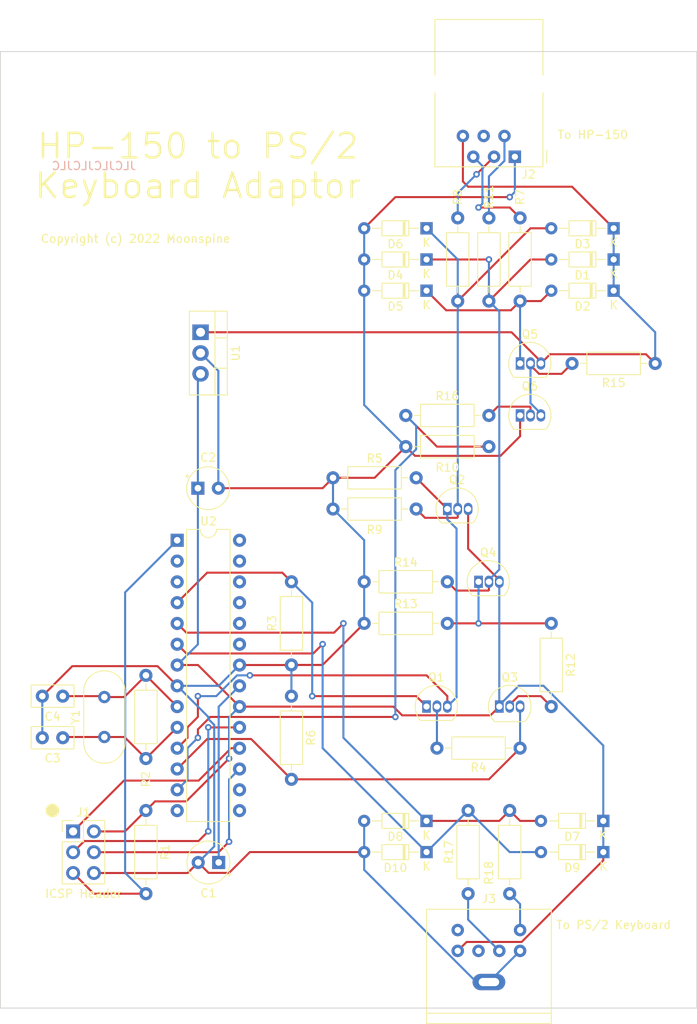
<source format=kicad_pcb>
(kicad_pcb (version 20211014) (generator pcbnew)
  (title_block (title "HP-150 Keyboard to PS/2 Keyboard Adaptor") (date "2022-05-23") (rev "A") (comment 1 "Copyright (c) 2022 Moonspine"))
  (layers (0 "F.Cu" signal) (31 "B.Cu" signal) (34 "B.Paste" user) (35 "F.Paste" user) (36 "B.SilkS" user "B.Silkscreen") (37 "F.SilkS" user "F.Silkscreen") (38 "B.Mask" user) (39 "F.Mask" user) (44 "Edge.Cuts" user))
  (net 0 "")
  (net 1 "Net-(C1-Pad1)")
  (net 2 "Net-(C1-Pad2)")
  (net 3 "Net-(C2-Pad1)")
  (net 4 "Net-(C3-Pad1)")
  (net 5 "Net-(C4-Pad1)")
  (net 6 "Net-(D1-Pad1)")
  (net 7 "Net-(D1-Pad2)")
  (net 8 "Net-(D2-Pad2)")
  (net 9 "Net-(D3-Pad2)")
  (net 10 "Net-(D7-Pad2)")
  (net 11 "Net-(D10-Pad1)")
  (net 12 "Net-(J1-Pad1)")
  (net 13 "Net-(J1-Pad3)")
  (net 14 "Net-(J1-Pad4)")
  (net 15 "Net-(J1-Pad5)")
  (net 16 "Net-(J3-Pad1)")
  (net 18 "Net-(J3-Pad5)")
  (net 20 "Net-(Q1-Pad1)")
  (net 21 "Net-(Q1-Pad2)")
  (net 22 "Net-(Q1-Pad3)")
  (net 23 "Net-(Q3-Pad2)")
  (net 24 "Net-(Q3-Pad3)")
  (net 25 "Net-(Q4-Pad1)")
  (net 26 "Net-(Q5-Pad2)")
  (net 27 "Net-(Q6-Pad2)")
  (net 28 "Net-(R10-Pad2)")
  (net 40 "Net-(J2-Pad2)")
  (net 41 "Net-(J2-Pad3)")
  (net 43 "Net-(J2-Pad5)")
  (footprint "Resistor_THT:R_Axial_DIN0207_L6.3mm_D2.5mm_P10.16mm_Horizontal" (layer "F.Cu") (at 35.56 106.68 90)
    (fp_text reference "R2" (at -2.54 0 90) (layer "F.SilkS"))
    (fp_text value "1M")
    (pad "1" thru_hole circle (at 0 0 90) (size 1.6 1.6) (drill 0.8) (layers *.Cu *.Mask) (net 4 "Net-(C3-Pad1)"))
    (pad "2" thru_hole oval (at 10.16 0 90) (size 1.6 1.6) (drill 0.8) (layers *.Cu *.Mask) (net 5 "Net-(C4-Pad1)"))
  )
  (footprint "Diode_THT:D_DO-34_SOD68_P7.62mm_Horizontal" (layer "F.Cu") (at 92.71 45.72 180)
    (fp_text reference "D1" (at 3.81 -1.92) (layer "F.SilkS"))
    (fp_text value "1N914")
    (fp_text user "K" (at 0 -1.75) (layer "F.SilkS"))
    (pad "1" thru_hole rect (at 0 0 180) (size 1.5 1.5) (drill 0.75) (layers *.Cu *.Mask) (net 6 "Net-(D1-Pad1)"))
    (pad "2" thru_hole oval (at 7.62 0 180) (size 1.5 1.5) (drill 0.75) (layers *.Cu *.Mask) (net 7 "Net-(D1-Pad2)"))
  )
  (footprint "Resistor_THT:R_Axial_DIN0207_L6.3mm_D2.5mm_P10.16mm_Horizontal" (layer "F.Cu") (at 85.09 90.17 -90)
    (fp_text reference "R12" (at 5.08 -2.37 90) (layer "F.SilkS"))
    (fp_text value "1K")
    (pad "1" thru_hole circle (at 0 0 270) (size 1.6 1.6) (drill 0.8) (layers *.Cu *.Mask) (net 25 "Net-(Q4-Pad1)"))
    (pad "2" thru_hole oval (at 10.16 0 270) (size 1.6 1.6) (drill 0.8) (layers *.Cu *.Mask) (net 23 "Net-(Q3-Pad2)"))
  )
  (footprint "Resistor_THT:R_Axial_DIN0207_L6.3mm_D2.5mm_P10.16mm_Horizontal" (layer "F.Cu") (at 73.66 40.64 -90)
    (fp_text reference "R8" (at -2.54 0 90) (layer "F.SilkS"))
    (fp_text value "1K")
    (pad "1" thru_hole circle (at 0 0 270) (size 1.6 1.6) (drill 0.8) (layers *.Cu *.Mask) (net 41 "Net-(J2-Pad3)"))
    (pad "2" thru_hole oval (at 10.16 0 270) (size 1.6 1.6) (drill 0.8) (layers *.Cu *.Mask) (net 9 "Net-(D3-Pad2)"))
  )
  (footprint "Diode_THT:D_DO-34_SOD68_P7.62mm_Horizontal" (layer "F.Cu") (at 92.71 49.53 180)
    (fp_text reference "D2" (at 3.81 -1.92) (layer "F.SilkS"))
    (fp_text value "1N914")
    (fp_text user "K" (at 0 -1.75) (layer "F.SilkS"))
    (pad "1" thru_hole rect (at 0 0 180) (size 1.5 1.5) (drill 0.75) (layers *.Cu *.Mask) (net 6 "Net-(D1-Pad1)"))
    (pad "2" thru_hole oval (at 7.62 0 180) (size 1.5 1.5) (drill 0.75) (layers *.Cu *.Mask) (net 8 "Net-(D2-Pad2)"))
  )
  (footprint "MountingHole:MountingHole_3.2mm_M3" (layer "F.Cu") (at 97.79 132.08)
    (fp_text reference "REF**" hide)
    (fp_text value "MountingHole_3.2mm_M3" hide)
    (pad "" np_thru_hole circle (at 0 0) (size 3.2 3.2) (drill 3.2) (layers *.Cu *.Mask))
  )
  (footprint "Diode_THT:D_DO-34_SOD68_P7.62mm_Horizontal" (layer "F.Cu") (at 69.85 41.91 180)
    (fp_text reference "D6" (at 3.81 -1.92) (layer "F.SilkS"))
    (fp_text value "1N914")
    (fp_text user "K" (at 0 -1.75) (layer "F.SilkS"))
    (pad "1" thru_hole rect (at 0 0 180) (size 1.5 1.5) (drill 0.75) (layers *.Cu *.Mask) (net 9 "Net-(D3-Pad2)"))
    (pad "2" thru_hole oval (at 7.62 0 180) (size 1.5 1.5) (drill 0.75) (layers *.Cu *.Mask) (net 2 "Net-(C1-Pad2)"))
  )
  (footprint "Resistor_THT:R_Axial_DIN0207_L6.3mm_D2.5mm_P10.16mm_Horizontal" (layer "F.Cu") (at 67.31 68.58)
    (fp_text reference "R10" (at 5.08 2.54) (layer "F.SilkS"))
    (fp_text value "10K")
    (pad "1" thru_hole circle (at 0 0) (size 1.6 1.6) (drill 0.8) (layers *.Cu *.Mask) (net 2 "Net-(C1-Pad2)"))
    (pad "2" thru_hole oval (at 10.16 0) (size 1.6 1.6) (drill 0.8) (layers *.Cu *.Mask) (net 28 "Net-(R10-Pad2)"))
  )
  (footprint "MountingHole:MountingHole_3.2mm_M3" (layer "F.Cu") (at 97.79 25.4)
    (fp_text reference "REF**" hide)
    (fp_text value "MountingHole_3.2mm_M3" hide)
    (pad "" np_thru_hole circle (at 0 0) (size 3.2 3.2) (drill 3.2) (layers *.Cu *.Mask))
  )
  (footprint "Resistor_THT:R_Axial_DIN0207_L6.3mm_D2.5mm_P10.16mm_Horizontal" (layer "F.Cu") (at 53.34 99.06 -90)
    (fp_text reference "R6" (at 5.08 -2.37 90) (layer "F.SilkS"))
    (fp_text value "10K")
    (pad "1" thru_hole circle (at 0 0 270) (size 1.6 1.6) (drill 0.8) (layers *.Cu *.Mask) (net 2 "Net-(C1-Pad2)"))
    (pad "2" thru_hole oval (at 10.16 0 270) (size 1.6 1.6) (drill 0.8) (layers *.Cu *.Mask) (net 24 "Net-(Q3-Pad3)"))
  )
  (footprint "Resistor_THT:R_Axial_DIN0207_L6.3mm_D2.5mm_P10.16mm_Horizontal" (layer "F.Cu") (at 62.23 90.17)
    (fp_text reference "R13" (at 5.08 -2.37) (layer "F.SilkS"))
    (fp_text value "10K")
    (pad "1" thru_hole circle (at 0 0) (size 1.6 1.6) (drill 0.8) (layers *.Cu *.Mask) (net 2 "Net-(C1-Pad2)"))
    (pad "2" thru_hole oval (at 10.16 0) (size 1.6 1.6) (drill 0.8) (layers *.Cu *.Mask) (net 25 "Net-(Q4-Pad1)"))
  )
  (footprint "Capacitor_THT:C_Disc_D5.0mm_W2.5mm_P2.50mm" (layer "F.Cu") (at 25.4 104.14 180)
    (fp_text reference "C3" (at 1.25 -2.5) (layer "F.SilkS"))
    (fp_text value "20pF")
    (pad "1" thru_hole circle (at 0 0 180) (size 1.6 1.6) (drill 0.8) (layers *.Cu *.Mask) (net 4 "Net-(C3-Pad1)"))
    (pad "2" thru_hole circle (at 2.5 0 180) (size 1.6 1.6) (drill 0.8) (layers *.Cu *.Mask) (net 2 "Net-(C1-Pad2)"))
  )
  (footprint "Package_TO_SOT_THT:TO-92L_Inline" (layer "F.Cu") (at 69.85 100.33)
    (fp_text reference "Q1" (at 1.19 -3.56) (layer "F.SilkS"))
    (fp_text value "ZTX649 (NPN EBC)")
    (pad "1" thru_hole rect (at 0 0) (size 1.05 1.5) (drill 0.75) (layers *.Cu *.Mask) (net 20 "Net-(Q1-Pad1)"))
    (pad "2" thru_hole oval (at 1.27 0) (size 1.05 1.5) (drill 0.75) (layers *.Cu *.Mask) (net 21 "Net-(Q1-Pad2)"))
    (pad "3" thru_hole oval (at 2.54 0) (size 1.05 1.5) (drill 0.75) (layers *.Cu *.Mask) (net 22 "Net-(Q1-Pad3)"))
  )
  (footprint "Package_TO_SOT_THT:TO-92_Inline" (layer "F.Cu") (at 78.74 100.33)
    (fp_text reference "Q3" (at 1.27 -3.56) (layer "F.SilkS"))
    (fp_text value "ZTX749 (PNP EBC)")
    (pad "1" thru_hole rect (at 0 0) (size 1.05 1.5) (drill 0.75) (layers *.Cu *.Mask) (net 3 "Net-(C2-Pad1)"))
    (pad "2" thru_hole oval (at 1.27 0) (size 1.05 1.5) (drill 0.75) (layers *.Cu *.Mask) (net 23 "Net-(Q3-Pad2)"))
    (pad "3" thru_hole oval (at 2.54 0) (size 1.05 1.5) (drill 0.75) (layers *.Cu *.Mask) (net 24 "Net-(Q3-Pad3)"))
  )
  (footprint "Resistor_THT:R_Axial_DIN0207_L6.3mm_D2.5mm_P10.16mm_Horizontal" (layer "F.Cu") (at 58.42 72.39)
    (fp_text reference "R5" (at 5.08 -2.37) (layer "F.SilkS"))
    (fp_text value "10K")
    (pad "1" thru_hole circle (at 0 0) (size 1.6 1.6) (drill 0.8) (layers *.Cu *.Mask) (net 2 "Net-(C1-Pad2)"))
    (pad "2" thru_hole oval (at 10.16 0) (size 1.6 1.6) (drill 0.8) (layers *.Cu *.Mask) (net 22 "Net-(Q1-Pad3)"))
  )
  (footprint "Connector_RJ:RJ12_Amphenol_54601" (layer "F.Cu") (at 80.64 33.17 180)
    (fp_text reference "J2" (at -1.67 -2.16) (layer "F.SilkS"))
    (fp_text value "RJ12")
    (pad "" np_thru_hole circle (at -1.91 8.89 180) (size 3.25 3.25) (drill 3.25) (layers *.Cu *.Mask))
    (pad "" np_thru_hole circle (at 8.25 8.89 180) (size 3.25 3.25) (drill 3.25) (layers *.Cu *.Mask))
    (pad "1" thru_hole rect (at 0 0 180) (size 1.52 1.52) (drill 0.76) (layers *.Cu *.Mask) (net 2 "Net-(C1-Pad2)"))
    (pad "2" thru_hole circle (at 1.27 2.54 180) (size 1.52 1.52) (drill 0.76) (layers *.Cu *.Mask) (net 40 "Net-(J2-Pad2)"))
    (pad "3" thru_hole circle (at 2.54 0 180) (size 1.52 1.52) (drill 0.76) (layers *.Cu *.Mask) (net 41 "Net-(J2-Pad3)"))
    (pad "4" thru_hole circle (at 3.81 2.54 180) (size 1.52 1.52) (drill 0.76) (layers *.Cu *.Mask))
    (pad "5" thru_hole circle (at 5.08 0 180) (size 1.52 1.52) (drill 0.76) (layers *.Cu *.Mask) (net 43 "Net-(J2-Pad5)"))
    (pad "6" thru_hole circle (at 6.35 2.54 180) (size 1.52 1.52) (drill 0.76) (layers *.Cu *.Mask) (net 6 "Net-(D1-Pad1)"))
  )
  (footprint "Diode_THT:D_DO-34_SOD68_P7.62mm_Horizontal" (layer "F.Cu") (at 92.71 41.91 180)
    (fp_text reference "D3" (at 3.81 -1.92) (layer "F.SilkS"))
    (fp_text value "1N914")
    (fp_text user "K" (at 0 -1.75) (layer "F.SilkS"))
    (pad "1" thru_hole rect (at 0 0 180) (size 1.5 1.5) (drill 0.75) (layers *.Cu *.Mask) (net 6 "Net-(D1-Pad1)"))
    (pad "2" thru_hole oval (at 7.62 0 180) (size 1.5 1.5) (drill 0.75) (layers *.Cu *.Mask) (net 9 "Net-(D3-Pad2)"))
  )
  (footprint "Package_TO_SOT_THT:TO-220-3_Vertical" (layer "F.Cu") (at 42.235 54.61 -90)
    (fp_text reference "U1" (at 2.54 -4.27 90) (layer "F.SilkS"))
    (fp_text value "L7805")
    (pad "1" thru_hole rect (at 0 0 270) (size 1.905 2) (drill 1.1) (layers *.Cu *.Mask) (net 6 "Net-(D1-Pad1)"))
    (pad "2" thru_hole oval (at 2.54 0 270) (size 1.905 2) (drill 1.1) (layers *.Cu *.Mask) (net 2 "Net-(C1-Pad2)"))
    (pad "3" thru_hole oval (at 5.08 0 270) (size 1.905 2) (drill 1.1) (layers *.Cu *.Mask) (net 3 "Net-(C2-Pad1)"))
  )
  (footprint "Diode_THT:D_DO-34_SOD68_P7.62mm_Horizontal" (layer "F.Cu") (at 91.45 118.11 180)
    (fp_text reference "D9" (at 3.81 -1.92) (layer "F.SilkS"))
    (fp_text value "1N914")
    (fp_text user "K" (at 0 -1.75) (layer "F.SilkS"))
    (pad "1" thru_hole rect (at 0 0 180) (size 1.5 1.5) (drill 0.75) (layers *.Cu *.Mask) (net 3 "Net-(C2-Pad1)"))
    (pad "2" thru_hole oval (at 7.62 0 180) (size 1.5 1.5) (drill 0.75) (layers *.Cu *.Mask) (net 11 "Net-(D10-Pad1)"))
  )
  (footprint "MountingHole:MountingHole_3.2mm_M3" (layer "F.Cu") (at 22.86 25.4)
    (fp_text reference "REF**" hide)
    (fp_text value "MountingHole_3.2mm_M3" hide)
    (pad "" np_thru_hole circle (at 0 0) (size 3.2 3.2) (drill 3.2) (layers *.Cu *.Mask))
  )
  (footprint "Diode_THT:D_DO-34_SOD68_P7.62mm_Horizontal" (layer "F.Cu") (at 69.85 45.72 180)
    (fp_text reference "D4" (at 3.81 -1.92) (layer "F.SilkS"))
    (fp_text value "1N914")
    (fp_text user "K" (at 0 -1.75) (layer "F.SilkS"))
    (pad "1" thru_hole rect (at 0 0 180) (size 1.5 1.5) (drill 0.75) (layers *.Cu *.Mask) (net 7 "Net-(D1-Pad2)"))
    (pad "2" thru_hole oval (at 7.62 0 180) (size 1.5 1.5) (drill 0.75) (layers *.Cu *.Mask) (net 2 "Net-(C1-Pad2)"))
  )
  (footprint "Resistor_THT:R_Axial_DIN0207_L6.3mm_D2.5mm_P10.16mm_Horizontal" (layer "F.Cu") (at 58.42 76.2)
    (fp_text reference "R9" (at 5.08 2.54) (layer "F.SilkS"))
    (fp_text value "10K")
    (pad "1" thru_hole circle (at 0 0) (size 1.6 1.6) (drill 0.8) (layers *.Cu *.Mask) (net 2 "Net-(C1-Pad2)"))
    (pad "2" thru_hole oval (at 10.16 0) (size 1.6 1.6) (drill 0.8) (layers *.Cu *.Mask) (net 9 "Net-(D3-Pad2)"))
  )
  (footprint "Resistor_THT:R_Axial_DIN0207_L6.3mm_D2.5mm_P10.16mm_Horizontal" (layer "F.Cu") (at 67.31 64.77)
    (fp_text reference "R16" (at 5.08 -2.37) (layer "F.SilkS"))
    (fp_text value "1K")
    (pad "1" thru_hole circle (at 0 0) (size 1.6 1.6) (drill 0.8) (layers *.Cu *.Mask) (net 28 "Net-(R10-Pad2)"))
    (pad "2" thru_hole oval (at 10.16 0) (size 1.6 1.6) (drill 0.8) (layers *.Cu *.Mask) (net 27 "Net-(Q6-Pad2)"))
  )
  (footprint "PS2_Keyboard_Adaptor_Library:PS2_Connector_F" (layer "F.Cu") (at 77.47 130.175)
    (fp_text reference "J3" (at 0 -6.35 unlocked) (layer "F.SilkS"))
    (fp_text value "PS/2 Connector")
    (pad "1" thru_hole circle (at 1.27 0) (size 1.524 1.524) (drill 0.762) (layers *.Cu *.Mask) (net 16 "Net-(J3-Pad1)"))
    (pad "2" thru_hole circle (at -1.27 0) (size 1.524 1.524) (drill 0.762) (layers *.Cu *.Mask))
    (pad "3" thru_hole circle (at 3.81 0) (size 1.524 1.524) (drill 0.762) (layers *.Cu *.Mask) (net 2 "Net-(C1-Pad2)"))
    (pad "3" thru_hole oval (at 0 3.81) (size 4 2) (drill oval 2.5 1) (layers *.Cu *.Mask) (net 2 "Net-(C1-Pad2)"))
    (pad "4" thru_hole circle (at -3.81 0) (size 1.524 1.524) (drill 0.762) (layers *.Cu *.Mask) (net 3 "Net-(C2-Pad1)"))
    (pad "5" thru_hole circle (at 3.81 -2.54) (size 1.524 1.524) (drill 0.762) (layers *.Cu *.Mask) (net 18 "Net-(J3-Pad5)"))
    (pad "6" thru_hole circle (at -3.81 -2.54) (size 1.524 1.524) (drill 0.762) (layers *.Cu *.Mask))
  )
  (footprint "Capacitor_THT:CP_Radial_Tantal_D5.0mm_P2.50mm" (layer "F.Cu") (at 41.91 73.66)
    (fp_text reference "C2" (at 1.25 -3.75) (layer "F.SilkS"))
    (fp_text value "0.1uF")
    (pad "1" thru_hole rect (at 0 0) (size 1.6 1.6) (drill 0.8) (layers *.Cu *.Mask) (net 3 "Net-(C2-Pad1)"))
    (pad "2" thru_hole circle (at 2.5 0) (size 1.6 1.6) (drill 0.8) (layers *.Cu *.Mask) (net 2 "Net-(C1-Pad2)"))
  )
  (footprint "Diode_THT:D_DO-34_SOD68_P7.62mm_Horizontal" (layer "F.Cu") (at 69.845 114.3 180)
    (fp_text reference "D8" (at 3.81 -1.92) (layer "F.SilkS"))
    (fp_text value "1N914")
    (fp_text user "K" (at 0 -1.75) (layer "F.SilkS"))
    (pad "1" thru_hole rect (at 0 0 180) (size 1.5 1.5) (drill 0.75) (layers *.Cu *.Mask) (net 10 "Net-(D7-Pad2)"))
    (pad "2" thru_hole oval (at 7.62 0 180) (size 1.5 1.5) (drill 0.75) (layers *.Cu *.Mask) (net 2 "Net-(C1-Pad2)"))
  )
  (footprint "Resistor_THT:R_Axial_DIN0207_L6.3mm_D2.5mm_P10.16mm_Horizontal" (layer "F.Cu") (at 53.34 95.25 90)
    (fp_text reference "R3" (at 5.08 -2.37 90) (layer "F.SilkS"))
    (fp_text value "10K")
    (pad "1" thru_hole circle (at 0 0 90) (size 1.6 1.6) (drill 0.8) (layers *.Cu *.Mask) (net 2 "Net-(C1-Pad2)"))
    (pad "2" thru_hole oval (at 10.16 0 90) (size 1.6 1.6) (drill 0.8) (layers *.Cu *.Mask) (net 20 "Net-(Q1-Pad1)"))
  )
  (footprint "Package_TO_SOT_THT:TO-92L_Inline" (layer "F.Cu") (at 81.28 58.42)
    (fp_text reference "Q5" (at 1.19 -3.56) (layer "F.SilkS"))
    (fp_text value "ZTX649 (NPN EBC)")
    (pad "1" thru_hole rect (at 0 0) (size 1.05 1.5) (drill 0.75) (layers *.Cu *.Mask) (net 8 "Net-(D2-Pad2)"))
    (pad "2" thru_hole oval (at 1.27 0) (size 1.05 1.5) (drill 0.75) (layers *.Cu *.Mask) (net 26 "Net-(Q5-Pad2)"))
    (pad "3" thru_hole oval (at 2.54 0) (size 1.05 1.5) (drill 0.75) (layers *.Cu *.Mask) (net 6 "Net-(D1-Pad1)"))
  )
  (footprint "Diode_THT:D_DO-34_SOD68_P7.62mm_Horizontal" (layer "F.Cu") (at 69.85 118.11 180)
    (fp_text reference "D10" (at 3.81 -1.92) (layer "F.SilkS"))
    (fp_text value "1N914")
    (fp_text user "K" (at 0 -1.75) (layer "F.SilkS"))
    (pad "1" thru_hole rect (at 0 0 180) (size 1.5 1.5) (drill 0.75) (layers *.Cu *.Mask) (net 11 "Net-(D10-Pad1)"))
    (pad "2" thru_hole oval (at 7.62 0 180) (size 1.5 1.5) (drill 0.75) (layers *.Cu *.Mask) (net 2 "Net-(C1-Pad2)"))
  )
  (footprint "Resistor_THT:R_Axial_DIN0207_L6.3mm_D2.5mm_P10.16mm_Horizontal" (layer "F.Cu") (at 74.93 123.19 90)
    (fp_text reference "R17" (at 5.08 -2.37 90) (layer "F.SilkS"))
    (fp_text value "1K")
    (pad "1" thru_hole circle (at 0 0 90) (size 1.6 1.6) (drill 0.8) (layers *.Cu *.Mask) (net 16 "Net-(J3-Pad1)"))
    (pad "2" thru_hole oval (at 10.16 0 90) (size 1.6 1.6) (drill 0.8) (layers *.Cu *.Mask) (net 11 "Net-(D10-Pad1)"))
  )
  (footprint "Crystal:Crystal_HC49-U_Vertical" (layer "F.Cu") (at 30.48 104.05 90)
    (fp_text reference "Y1" (at 2.44 -3.525 90) (layer "F.SilkS"))
    (fp_text value "16MHz")
    (pad "1" thru_hole circle (at 0 0 90) (size 1.5 1.5) (drill 0.8) (layers *.Cu *.Mask) (net 4 "Net-(C3-Pad1)"))
    (pad "2" thru_hole circle (at 4.88 0 90) (size 1.5 1.5) (drill 0.8) (layers *.Cu *.Mask) (net 5 "Net-(C4-Pad1)"))
  )
  (footprint "Connector_PinHeader_2.54mm:PinHeader_2x03_P2.54mm_Vertical" (layer "F.Cu") (at 26.665 115.585)
    (fp_text reference "J1" (at 1.27 -2.33) (layer "F.SilkS"))
    (fp_text value "ICSP Header")
    (pad "1" thru_hole rect (at 0 0) (size 1.7 1.7) (drill 1) (layers *.Cu *.Mask) (net 12 "Net-(J1-Pad1)"))
    (pad "2" thru_hole oval (at 2.54 0) (size 1.7 1.7) (drill 1) (layers *.Cu *.Mask) (net 3 "Net-(C2-Pad1)"))
    (pad "3" thru_hole oval (at 0 2.54) (size 1.7 1.7) (drill 1) (layers *.Cu *.Mask) (net 13 "Net-(J1-Pad3)"))
    (pad "4" thru_hole oval (at 2.54 2.54) (size 1.7 1.7) (drill 1) (layers *.Cu *.Mask) (net 14 "Net-(J1-Pad4)"))
    (pad "5" thru_hole oval (at 0 5.08) (size 1.7 1.7) (drill 1) (layers *.Cu *.Mask) (net 15 "Net-(J1-Pad5)"))
    (pad "6" thru_hole oval (at 2.54 5.08) (size 1.7 1.7) (drill 1) (layers *.Cu *.Mask) (net 2 "Net-(C1-Pad2)"))
  )
  (footprint "Resistor_THT:R_Axial_DIN0207_L6.3mm_D2.5mm_P10.16mm_Horizontal" (layer "F.Cu") (at 62.23 85.09)
    (fp_text reference "R14" (at 5.08 -2.37) (layer "F.SilkS"))
    (fp_text value "10K")
    (pad "1" thru_hole circle (at 0 0) (size 1.6 1.6) (drill 0.8) (layers *.Cu *.Mask) (net 2 "Net-(C1-Pad2)"))
    (pad "2" thru_hole oval (at 10.16 0) (size 1.6 1.6) (drill 0.8) (layers *.Cu *.Mask) (net 7 "Net-(D1-Pad2)"))
  )
  (footprint "Package_DIP:DIP-28_W7.62mm" (layer "F.Cu") (at 39.38 80.02)
    (fp_text reference "U2" (at 3.81 -2.33) (layer "F.SilkS"))
    (fp_text value "ATmega328P-P")
    (pad "1" thru_hole rect (at 0 0) (size 1.6 1.6) (drill 0.8) (layers *.Cu *.Mask) (net 15 "Net-(J1-Pad5)"))
    (pad "2" thru_hole oval (at 0 2.54) (size 1.6 1.6) (drill 0.8) (layers *.Cu *.Mask))
    (pad "3" thru_hole oval (at 0 5.08) (size 1.6 1.6) (drill 0.8) (layers *.Cu *.Mask))
    (pad "4" thru_hole oval (at 0 7.62) (size 1.6 1.6) (drill 0.8) (layers *.Cu *.Mask) (net 20 "Net-(Q1-Pad1)"))
    (pad "5" thru_hole oval (at 0 10.16) (size 1.6 1.6) (drill 0.8) (layers *.Cu *.Mask) (net 10 "Net-(D7-Pad2)"))
    (pad "6" thru_hole oval (at 0 12.7) (size 1.6 1.6) (drill 0.8) (layers *.Cu *.Mask) (net 11 "Net-(D10-Pad1)"))
    (pad "7" thru_hole oval (at 0 15.24) (size 1.6 1.6) (drill 0.8) (layers *.Cu *.Mask) (net 3 "Net-(C2-Pad1)"))
    (pad "8" thru_hole oval (at 0 17.78) (size 1.6 1.6) (drill 0.8) (layers *.Cu *.Mask) (net 2 "Net-(C1-Pad2)"))
    (pad "9" thru_hole oval (at 0 20.32) (size 1.6 1.6) (drill 0.8) (layers *.Cu *.Mask) (net 5 "Net-(C4-Pad1)"))
    (pad "10" thru_hole oval (at 0 22.86) (size 1.6 1.6) (drill 0.8) (layers *.Cu *.Mask) (net 4 "Net-(C3-Pad1)"))
    (pad "11" thru_hole oval (at 0 25.4) (size 1.6 1.6) (drill 0.8) (layers *.Cu *.Mask) (net 22 "Net-(Q1-Pad3)"))
    (pad "12" thru_hole oval (at 0 27.94) (size 1.6 1.6) (drill 0.8) (layers *.Cu *.Mask) (net 24 "Net-(Q3-Pad3)"))
    (pad "13" thru_hole oval (at 0 30.48) (size 1.6 1.6) (drill 0.8) (layers *.Cu *.Mask) (net 28 "Net-(R10-Pad2)"))
    (pad "14" thru_hole oval (at 0 33.02) (size 1.6 1.6) (drill 0.8) (layers *.Cu *.Mask))
    (pad "15" thru_hole oval (at 7.62 33.02) (size 1.6 1.6) (drill 0.8) (layers *.Cu *.Mask))
    (pad "16" thru_hole oval (at 7.62 30.48) (size 1.6 1.6) (drill 0.8) (layers *.Cu *.Mask))
    (pad "17" thru_hole oval (at 7.62 27.94) (size 1.6 1.6) (drill 0.8) (layers *.Cu *.Mask) (net 14 "Net-(J1-Pad4)"))
    (pad "18" thru_hole oval (at 7.62 25.4) (size 1.6 1.6) (drill 0.8) (layers *.Cu *.Mask) (net 12 "Net-(J1-Pad1)"))
    (pad "19" thru_hole oval (at 7.62 22.86) (size 1.6 1.6) (drill 0.8) (layers *.Cu *.Mask) (net 13 "Net-(J1-Pad3)"))
    (pad "20" thru_hole oval (at 7.62 20.32) (size 1.6 1.6) (drill 0.8) (layers *.Cu *.Mask) (net 3 "Net-(C2-Pad1)"))
    (pad "21" thru_hole oval (at 7.62 17.78) (size 1.6 1.6) (drill 0.8) (layers *.Cu *.Mask) (net 1 "Net-(C1-Pad1)"))
    (pad "22" thru_hole oval (at 7.62 15.24) (size 1.6 1.6) (drill 0.8) (layers *.Cu *.Mask) (net 2 "Net-(C1-Pad2)"))
    (pad "23" thru_hole oval (at 7.62 12.7) (size 1.6 1.6) (drill 0.8) (layers *.Cu *.Mask))
    (pad "24" thru_hole oval (at 7.62 10.16) (size 1.6 1.6) (drill 0.8) (layers *.Cu *.Mask))
    (pad "25" thru_hole oval (at 7.62 7.62) (size 1.6 1.6) (drill 0.8) (layers *.Cu *.Mask))
    (pad "26" thru_hole oval (at 7.62 5.08) (size 1.6 1.6) (drill 0.8) (layers *.Cu *.Mask))
    (pad "27" thru_hole oval (at 7.62 2.54) (size 1.6 1.6) (drill 0.8) (layers *.Cu *.Mask))
    (pad "28" thru_hole oval (at 7.62 0) (size 1.6 1.6) (drill 0.8) (layers *.Cu *.Mask))
  )
  (footprint "Diode_THT:D_DO-34_SOD68_P7.62mm_Horizontal" (layer "F.Cu") (at 69.85 49.53 180)
    (fp_text reference "D5" (at 3.81 -1.92) (layer "F.SilkS"))
    (fp_text value "1N914")
    (fp_text user "K" (at 0 -1.75) (layer "F.SilkS"))
    (pad "1" thru_hole rect (at 0 0 180) (size 1.5 1.5) (drill 0.75) (layers *.Cu *.Mask) (net 8 "Net-(D2-Pad2)"))
    (pad "2" thru_hole oval (at 7.62 0 180) (size 1.5 1.5) (drill 0.75) (layers *.Cu *.Mask) (net 2 "Net-(C1-Pad2)"))
  )
  (footprint "Resistor_THT:R_Axial_DIN0207_L6.3mm_D2.5mm_P10.16mm_Horizontal" (layer "F.Cu") (at 77.47 40.64 -90)
    (fp_text reference "R11" (at -2.54 0 90) (layer "F.SilkS"))
    (fp_text value "1K")
    (pad "1" thru_hole circle (at 0 0 270) (size 1.6 1.6) (drill 0.8) (layers *.Cu *.Mask) (net 40 "Net-(J2-Pad2)"))
    (pad "2" thru_hole oval (at 10.16 0 270) (size 1.6 1.6) (drill 0.8) (layers *.Cu *.Mask) (net 7 "Net-(D1-Pad2)"))
  )
  (footprint "Resistor_THT:R_Axial_DIN0207_L6.3mm_D2.5mm_P10.16mm_Horizontal" (layer "F.Cu") (at 80.01 123.19 90)
    (fp_text reference "R18" (at 2.54 -2.54 90) (layer "F.SilkS"))
    (fp_text value "1K")
    (pad "1" thru_hole circle (at 0 0 90) (size 1.6 1.6) (drill 0.8) (layers *.Cu *.Mask) (net 18 "Net-(J3-Pad5)"))
    (pad "2" thru_hole oval (at 10.16 0 90) (size 1.6 1.6) (drill 0.8) (layers *.Cu *.Mask) (net 10 "Net-(D7-Pad2)"))
  )
  (footprint "Capacitor_THT:CP_Radial_Tantal_D5.0mm_P2.50mm" (layer "F.Cu") (at 44.45 119.38 180)
    (fp_text reference "C1" (at 1.25 -3.75) (layer "F.SilkS"))
    (fp_text value "0.1uF")
    (pad "1" thru_hole rect (at 0 0 180) (size 1.6 1.6) (drill 0.8) (layers *.Cu *.Mask) (net 1 "Net-(C1-Pad1)"))
    (pad "2" thru_hole circle (at 2.5 0 180) (size 1.6 1.6) (drill 0.8) (layers *.Cu *.Mask) (net 2 "Net-(C1-Pad2)"))
  )
  (footprint "MountingHole:MountingHole_3.2mm_M3" (layer "F.Cu") (at 22.86 132.08)
    (fp_text reference "REF**" hide)
    (fp_text value "MountingHole_3.2mm_M3" hide)
    (pad "" np_thru_hole circle (at 0 0) (size 3.2 3.2) (drill 3.2) (layers *.Cu *.Mask))
  )
  (footprint "Resistor_THT:R_Axial_DIN0207_L6.3mm_D2.5mm_P10.16mm_Horizontal" (layer "F.Cu") (at 97.79 58.42 180)
    (fp_text reference "R15" (at 5.08 -2.37) (layer "F.SilkS"))
    (fp_text value "10K")
    (pad "1" thru_hole circle (at 0 0 180) (size 1.6 1.6) (drill 0.8) (layers *.Cu *.Mask) (net 6 "Net-(D1-Pad1)"))
    (pad "2" thru_hole oval (at 10.16 0 180) (size 1.6 1.6) (drill 0.8) (layers *.Cu *.Mask) (net 26 "Net-(Q5-Pad2)"))
  )
  (footprint "Diode_THT:D_DO-34_SOD68_P7.62mm_Horizontal" (layer "F.Cu") (at 91.445 114.3 180)
    (fp_text reference "D7" (at 3.81 -1.92) (layer "F.SilkS"))
    (fp_text value "1N914")
    (fp_text user "K" (at 0 -1.75) (layer "F.SilkS"))
    (pad "1" thru_hole rect (at 0 0 180) (size 1.5 1.5) (drill 0.75) (layers *.Cu *.Mask) (net 3 "Net-(C2-Pad1)"))
    (pad "2" thru_hole oval (at 7.62 0 180) (size 1.5 1.5) (drill 0.75) (layers *.Cu *.Mask) (net 10 "Net-(D7-Pad2)"))
  )
  (footprint "Resistor_THT:R_Axial_DIN0207_L6.3mm_D2.5mm_P10.16mm_Horizontal" (layer "F.Cu") (at 35.56 113.03 -90)
    (fp_text reference "R1" (at 5.08 -2.37 90) (layer "F.SilkS"))
    (fp_text value "10K")
    (pad "1" thru_hole circle (at 0 0 270) (size 1.6 1.6) (drill 0.8) (layers *.Cu *.Mask) (net 3 "Net-(C2-Pad1)"))
    (pad "2" thru_hole oval (at 10.16 0 270) (size 1.6 1.6) (drill 0.8) (layers *.Cu *.Mask) (net 15 "Net-(J1-Pad5)"))
  )
  (footprint "Resistor_THT:R_Axial_DIN0207_L6.3mm_D2.5mm_P10.16mm_Horizontal" (layer "F.Cu") (at 81.28 40.64 -90)
    (fp_text reference "R7" (at -2.54 0 90) (layer "F.SilkS"))
    (fp_text value "2.2K")
    (pad "1" thru_hole circle (at 0 0 270) (size 1.6 1.6) (drill 0.8) (layers *.Cu *.Mask) (net 43 "Net-(J2-Pad5)"))
    (pad "2" thru_hole oval (at 10.16 0 270) (size 1.6 1.6) (drill 0.8) (layers *.Cu *.Mask) (net 8 "Net-(D2-Pad2)"))
  )
  (footprint "Package_TO_SOT_THT:TO-92L_Inline" (layer "F.Cu") (at 76.2 85.09)
    (fp_text reference "Q4" (at 1.19 -3.56) (layer "F.SilkS"))
    (fp_text value "ZTX649 (NPN EBC)")
    (pad "1" thru_hole rect (at 0 0) (size 1.05 1.5) (drill 0.75) (layers *.Cu *.Mask) (net 25 "Net-(Q4-Pad1)"))
    (pad "2" thru_hole oval (at 1.27 0) (size 1.05 1.5) (drill 0.75) (layers *.Cu *.Mask) (net 7 "Net-(D1-Pad2)"))
    (pad "3" thru_hole oval (at 2.54 0) (size 1.05 1.5) (drill 0.75) (layers *.Cu *.Mask) (net 3 "Net-(C2-Pad1)"))
  )
  (footprint "Resistor_THT:R_Axial_DIN0207_L6.3mm_D2.5mm_P10.16mm_Horizontal" (layer "F.Cu") (at 81.28 105.41 180)
    (fp_text reference "R4" (at 5.08 -2.37) (layer "F.SilkS"))
    (fp_text value "33K")
    (pad "1" thru_hole circle (at 0 0 180) (size 1.6 1.6) (drill 0.8) (layers *.Cu *.Mask) (net 24 "Net-(Q3-Pad3)"))
    (pad "2" thru_hole oval (at 10.16 0 180) (size 1.6 1.6) (drill 0.8) (layers *.Cu *.Mask) (net 21 "Net-(Q1-Pad2)"))
  )
  (footprint "Package_TO_SOT_THT:TO-92L_Inline" (layer "F.Cu") (at 81.28 64.77)
    (fp_text reference "Q6" (at 1.19 -3.56) (layer "F.SilkS"))
    (fp_text value "ZTX649 (NPN EBC)")
    (pad "1" thru_hole rect (at 0 0) (size 1.05 1.5) (drill 0.75) (layers *.Cu *.Mask) (net 2 "Net-(C1-Pad2)"))
    (pad "2" thru_hole oval (at 1.27 0) (size 1.05 1.5) (drill 0.75) (layers *.Cu *.Mask) (net 27 "Net-(Q6-Pad2)"))
    (pad "3" thru_hole oval (at 2.54 0) (size 1.05 1.5) (drill 0.75) (layers *.Cu *.Mask) (net 26 "Net-(Q5-Pad2)"))
  )
  (footprint "Package_TO_SOT_THT:TO-92L_Inline" (layer "F.Cu") (at 72.39 76.2)
    (fp_text reference "Q2" (at 1.19 -3.56) (layer "F.SilkS"))
    (fp_text value "ZTX649 (NPN EBC)")
    (pad "1" thru_hole rect (at 0 0) (size 1.05 1.5) (drill 0.75) (layers *.Cu *.Mask) (net 22 "Net-(Q1-Pad3)"))
    (pad "2" thru_hole oval (at 1.27 0) (size 1.05 1.5) (drill 0.75) (layers *.Cu *.Mask) (net 9 "Net-(D3-Pad2)"))
    (pad "3" thru_hole oval (at 2.54 0) (size 1.05 1.5) (drill 0.75) (layers *.Cu *.Mask) (net 3 "Net-(C2-Pad1)"))
  )
  (footprint "Capacitor_THT:C_Disc_D5.0mm_W2.5mm_P2.50mm" (layer "F.Cu") (at 25.4 99.06 180)
    (fp_text reference "C4" (at 1.25 -2.5) (layer "F.SilkS"))
    (fp_text value "20pF")
    (pad "1" thru_hole circle (at 0 0 180) (size 1.6 1.6) (drill 0.8) (layers *.Cu *.Mask) (net 5 "Net-(C4-Pad1)"))
    (pad "2" thru_hole circle (at 2.5 0 180) (size 1.6 1.6) (drill 0.8) (layers *.Cu *.Mask) (net 2 "Net-(C1-Pad2)"))
  )
  (gr_circle (center 24.13 113.03) (end 24.88 113.03) (layer "F.SilkS") (width 0.15) (fill solid))
  (gr_rect (start 17.78 20.32) (end 102.87 137.16) (layer "Edge.Cuts") (width 0.1) (fill none))
  (gr_text "JLCJLCJLCJLC" (at 29.21 34.29) (layer "B.SilkS") (effects (font (size 1 1)) (justify mirror)))
  (gr_text "To PS/2 Keyboard" (at 92.71 127) (layer "F.SilkS") (effects (font (size 1 1))))
  (gr_text "To HP-150" (at 90.17 30.48) (layer "F.SilkS") (effects (font (size 1 1))))
  (gr_text "Copyright (c) 2022 Moonspine" (at 34.29 43.18) (layer "F.SilkS") (effects (font (size 1 1))))
  (gr_text "HP-150 to PS/2\nKeyboard Adaptor\n" (at 41.91 34.29) (layer "F.SilkS") (effects (font (size 3 3) (thickness 0.3))))
  (gr_text "ICSP Header" (at 27.94 123.19) (layer "F.SilkS") (effects (font (size 1 1))))
  (segment (start 44.45 119.38) (end 44.45 100.35) (width 0.25) (layer "B.Cu") (net 1))
  (segment (start 44.45 100.35) (end 47 97.8) (width 0.25) (layer "B.Cu") (net 1))
  (segment (start 45.72 120.65) (end 43.22 120.65) (width 0.25) (layer "F.Cu") (net 2))
  (segment (start 47 95.26) (end 53.33 95.26) (width 0.25) (layer "F.Cu") (net 2))
  (segment (start 57.15 73.66) (end 58.42 72.39) (width 0.25) (layer "F.Cu") (net 2))
  (segment (start 53.33 95.26) (end 53.34 95.25) (width 0.25) (layer "F.Cu") (net 2))
  (segment (start 36.975489 95.395489) (end 26.564511 95.395489) (width 0.25) (layer "F.Cu") (net 2))
  (segment (start 40.665 120.665) (end 41.95 119.38) (width 0.25) (layer "F.Cu") (net 2))
  (segment (start 81.28 67.31) (end 81.28 64.77) (width 0.25) (layer "F.Cu") (net 2))
  (segment (start 48.26 118.11) (end 45.72 120.65) (width 0.25) (layer "F.Cu") (net 2))
  (segment (start 29.205 120.665) (end 40.665 120.665) (width 0.25) (layer "F.Cu") (net 2))
  (segment (start 80.01 38.1) (end 66.04 38.1) (width 0.25) (layer "F.Cu") (net 2))
  (segment (start 78.885489 69.704511) (end 81.28 67.31) (width 0.25) (layer "F.Cu") (net 2))
  (segment (start 57.15 95.25) (end 62.23 90.17) (width 0.25) (layer "F.Cu") (net 2))
  (segment (start 62.23 118.11) (end 48.26 118.11) (width 0.25) (layer "F.Cu") (net 2))
  (segment (start 63.5 72.39) (end 67.31 68.58) (width 0.25) (layer "F.Cu") (net 2))
  (segment (start 43.22 120.65) (end 41.95 119.38) (width 0.25) (layer "F.Cu") (net 2))
  (segment (start 66.04 38.1) (end 62.23 41.91) (width 0.25) (layer "F.Cu") (net 2))
  (segment (start 58.42 72.39) (end 63.5 72.39) (width 0.25) (layer "F.Cu") (net 2))
  (segment (start 67.31 68.58) (end 68.434511 69.704511) (width 0.25) (layer "F.Cu") (net 2))
  (segment (start 39.38 97.8) (end 36.975489 95.395489) (width 0.25) (layer "F.Cu") (net 2))
  (segment (start 26.564511 95.395489) (end 22.9 99.06) (width 0.25) (layer "F.Cu") (net 2))
  (segment (start 68.434511 69.704511) (end 78.885489 69.704511) (width 0.25) (layer "F.Cu") (net 2))
  (segment (start 44.41 73.66) (end 57.15 73.66) (width 0.25) (layer "F.Cu") (net 2))
  (segment (start 53.34 95.25) (end 57.15 95.25) (width 0.25) (layer "F.Cu") (net 2))
  (via (at 80.01 38.1) (size 0.8) (drill 0.4) (layers "F.Cu" "B.Cu") (net 2))
  (segment (start 62.23 90.17) (end 62.23 85.09) (width 0.25) (layer "B.Cu") (net 2))
  (segment (start 43.18 101.845386) (end 43.18 101.6) (width 0.25) (layer "B.Cu") (net 2))
  (segment (start 41.95 119.38) (end 43.904511 117.425489) (width 0.25) (layer "B.Cu") (net 2))
  (segment (start 62.23 63.5) (end 67.31 68.58) (width 0.25) (layer "B.Cu") (net 2))
  (segment (start 22.9 104.14) (end 22.9 99.06) (width 0.25) (layer "B.Cu") (net 2))
  (segment (start 80.01 38.1) (end 80.64 37.47) (width 0.25) (layer "B.Cu") (net 2))
  (segment (start 44.41 59.325) (end 44.41 73.66) (width 0.25) (layer "B.Cu") (net 2))
  (segment (start 58.42 76.2) (end 58.42 72.39) (width 0.25) (layer "B.Cu") (net 2))
  (segment (start 62.23 45.72) (end 62.23 49.53) (width 0.25) (layer "B.Cu") (net 2))
  (segment (start 80.64 37.47) (end 80.64 33.17) (width 0.25) (layer "B.Cu") (net 2))
  (segment (start 62.23 41.91) (end 62.23 45.72) (width 0.25) (layer "B.Cu") (net 2))
  (segment (start 43.18 101.6) (end 39.38 97.8) (width 0.25) (layer "B.Cu") (net 2))
  (segment (start 62.23 80.01) (end 58.42 76.2) (width 0.25) (layer "B.Cu") (net 2))
  (segment (start 62.23 49.53) (end 62.23 63.5) (width 0.25) (layer "B.Cu") (net 2))
  (segment (start 62.23 120.28156) (end 75.93344 133.985) (width 0.25) (layer "B.Cu") (net 2))
  (segment (start 62.23 118.11) (end 62.23 120.28156) (width 0.25) (layer "B.Cu") (net 2))
  (segment (start 44.46 97.8) (end 47 95.26) (width 0.25) (layer "B.Cu") (net 2))
  (segment (start 43.904511 117.425489) (end 43.904511 102.569897) (width 0.25) (layer "B.Cu") (net 2))
  (segment (start 77.47 133.985) (end 81.28 130.175) (width 0.25) (layer "B.Cu") (net 2))
  (segment (start 62.23 85.09) (end 62.23 80.01) (width 0.25) (layer "B.Cu") (net 2))
  (segment (start 62.23 114.305) (end 62.225 114.3) (width 0.25) (layer "B.Cu") (net 2))
  (segment (start 53.34 95.25) (end 53.34 99.06) (width 0.25) (layer "B.Cu") (net 2))
  (segment (start 42.235 57.15) (end 44.41 59.325) (width 0.25) (layer "B.Cu") (net 2))
  (segment (start 62.23 118.11) (end 62.23 114.305) (width 0.25) (layer "B.Cu") (net 2))
  (segment (start 39.38 97.8) (end 44.46 97.8) (width 0.25) (layer "B.Cu") (net 2))
  (segment (start 75.93344 133.985) (end 77.47 133.985) (width 0.25) (layer "B.Cu") (net 2))
  (segment (start 43.904511 102.569897) (end 43.18 101.845386) (width 0.25) (layer "B.Cu") (net 2))
  (segment (start 77.665489 101.404511) (end 66.869125 101.404511) (width 0.25) (layer "F.Cu") (net 3))
  (segment (start 35.56 113.03) (end 36.674511 111.915489) (width 0.25) (layer "F.Cu") (net 3))
  (segment (start 78.74 85.09) (end 78.74 84.865) (width 0.25) (layer "F.Cu") (net 3))
  (segment (start 33.005 115.585) (end 35.56 113.03) (width 0.25) (layer "F.Cu") (net 3))
  (segment (start 36.674511 111.915489) (end 40.484511 111.915489) (width 0.25) (layer "F.Cu") (net 3))
  (segment (start 74.93 81.055) (end 74.93 76.2) (width 0.25) (layer "F.Cu") (net 3))
  (segment (start 40.484511 111.915489) (end 45.72 106.68) (width 0.25) (layer "F.Cu") (net 3))
  (segment (start 73.66 130.175) (end 74.746511 129.088489) (width 0.25) (layer "F.Cu") (net 3))
  (segment (start 78.74 100.33) (end 77.665489 101.404511) (width 0.25) (layer "F.Cu") (net 3))
  (segment (start 39.38 95.26) (end 41.92 95.26) (width 0.25) (layer "F.Cu") (net 3))
  (segment (start 78.74 84.865) (end 74.93 81.055) (width 0.25) (layer "F.Cu") (net 3))
  (segment (start 65.804614 100.34) (end 47 100.34) (width 0.25) (layer "F.Cu") (net 3))
  (segment (start 74.746511 129.088489) (end 81.471511 129.088489) (width 0.25) (layer "F.Cu") (net 3))
  (segment (start 66.869125 101.404511) (end 65.804614 100.34) (width 0.25) (layer "F.Cu") (net 3))
  (segment (start 81.471511 129.088489) (end 91.45 119.11) (width 0.25) (layer "F.Cu") (net 3))
  (segment (start 41.92 95.26) (end 47 100.34) (width 0.25) (layer "F.Cu") (net 3))
  (segment (start 91.45 119.11) (end 91.45 118.11) (width 0.25) (layer "F.Cu") (net 3))
  (segment (start 29.205 115.585) (end 33.005 115.585) (width 0.25) (layer "F.Cu") (net 3))
  (via (at 45.72 106.68) (size 0.8) (drill 0.4) (layers "F.Cu" "B.Cu") (net 3))
  (segment (start 78.74 100.33) (end 78.74 85.09) (width 0.25) (layer "B.Cu") (net 3))
  (segment (start 41.91 92.73) (end 39.38 95.26) (width 0.25) (layer "B.Cu") (net 3))
  (segment (start 41.91 73.66) (end 41.91 92.73) (width 0.25) (layer "B.Cu") (net 3))
  (segment (start 91.445 105.0947) (end 84.1403 97.79) (width 0.25) (layer "B.Cu") (net 3))
  (segment (start 41.91 60.015) (end 42.235 59.69) (width 0.25) (layer "B.Cu") (net 3))
  (segment (start 84.1403 97.79) (end 81.123598 97.79) (width 0.25) (layer "B.Cu") (net 3))
  (segment (start 41.91 73.66) (end 41.91 60.015) (width 0.25) (layer "B.Cu") (net 3))
  (segment (start 45.72 106.68) (end 45.72 101.62) (width 0.25) (layer "B.Cu") (net 3))
  (segment (start 45.72 101.62) (end 47 100.34) (width 0.25) (layer "B.Cu") (net 3))
  (segment (start 91.45 118.11) (end 91.45 114.305) (width 0.25) (layer "B.Cu") (net 3))
  (segment (start 91.45 114.305) (end 91.445 114.3) (width 0.25) (layer "B.Cu") (net 3))
  (segment (start 78.74 100.173598) (end 78.74 100.33) (width 0.25) (layer "B.Cu") (net 3))
  (segment (start 81.123598 97.79) (end 78.74 100.173598) (width 0.25) (layer "B.Cu") (net 3))
  (segment (start 91.445 114.3) (end 91.445 105.0947) (width 0.25) (layer "B.Cu") (net 3))
  (segment (start 35.56 106.68) (end 39.36 102.88) (width 0.25) (layer "F.Cu") (net 4))
  (segment (start 30.48 104.05) (end 32.93 104.05) (width 0.25) (layer "F.Cu") (net 4))
  (segment (start 30.48 104.05) (end 25.49 104.05) (width 0.25) (layer "F.Cu") (net 4))
  (segment (start 25.49 104.05) (end 25.4 104.14) (width 0.25) (layer "F.Cu") (net 4))
  (segment (start 32.93 104.05) (end 35.56 106.68) (width 0.25) (layer "F.Cu") (net 4))
  (segment (start 39.36 102.88) (end 39.38 102.88) (width 0.25) (layer "F.Cu") (net 4))
  (segment (start 35.56 96.52) (end 39.38 100.34) (width 0.25) (layer "F.Cu") (net 5))
  (segment (start 30.48 99.17) (end 32.91 99.17) (width 0.25) (layer "F.Cu") (net 5))
  (segment (start 30.37 99.06) (end 30.48 99.17) (width 0.25) (layer "F.Cu") (net 5))
  (segment (start 25.4 99.06) (end 30.37 99.06) (width 0.25) (layer "F.Cu") (net 5))
  (segment (start 32.91 99.17) (end 35.56 96.52) (width 0.25) (layer "F.Cu") (net 5))
  (segment (start 96.665489 57.295489) (end 97.79 58.42) (width 0.25) (layer "F.Cu") (net 6))
  (segment (start 84.944511 57.295489) (end 96.665489 57.295489) (width 0.25) (layer "F.Cu") (net 6))
  (segment (start 83.82 58.195) (end 80.235 54.61) (width 0.25) (layer "F.Cu") (net 6))
  (segment (start 87.63 36.83) (end 74.93 36.83) (width 0.25) (layer "F.Cu") (net 6))
  (segment (start 83.82 58.42) (end 84.944511 57.295489) (width 0.25) (layer "F.Cu") (net 6))
  (segment (start 74.93 36.83) (end 74.29 36.19) (width 0.25) (layer "F.Cu") (net 6))
  (segment (start 80.235 54.61) (end 42.235 54.61) (width 0.25) (layer "F.Cu") (net 6))
  (segment (start 83.82 58.42) (end 83.82 58.195) (width 0.25) (layer "F.Cu") (net 6))
  (segment (start 92.71 41.91) (end 87.63 36.83) (width 0.25) (layer "F.Cu") (net 6))
  (segment (start 74.29 36.19) (end 74.29 30.63) (width 0.25) (layer "F.Cu") (net 6))
  (segment (start 92.71 49.53) (end 92.71 45.72) (width 0.25) (layer "B.Cu") (net 6))
  (segment (start 97.79 58.42) (end 97.79 54.61) (width 0.25) (layer "B.Cu") (net 6))
  (segment (start 97.79 54.61) (end 92.71 49.53) (width 0.25) (layer "B.Cu") (net 6))
  (segment (start 92.71 45.72) (end 92.71 41.91) (width 0.25) (layer "B.Cu") (net 6))
  (segment (start 73.464511 86.164511) (end 77.395489 86.164511) (width 0.25) (layer "F.Cu") (net 7))
  (segment (start 77.395489 86.164511) (end 77.47 86.09) (width 0.25) (layer "F.Cu") (net 7))
  (segment (start 69.85 45.72) (end 77.47 45.72) (width 0.25) (layer "F.Cu") (net 7))
  (segment (start 72.39 85.09) (end 73.464511 86.164511) (width 0.25) (layer "F.Cu") (net 7))
  (segment (start 77.47 50.8) (end 82.55 45.72) (width 0.25) (layer "F.Cu") (net 7))
  (segment (start 77.47 86.09) (end 77.47 85.09) (width 0.25) (layer "F.Cu") (net 7))
  (segment (start 82.55 45.72) (end 85.09 45.72) (width 0.25) (layer "F.Cu") (net 7))
  (via (at 77.47 45.72) (size 0.8) (drill 0.4) (layers "F.Cu" "B.Cu") (net 7))
  (segment (start 77.47 45.72) (end 77.47 50.8) (width 0.25) (layer "B.Cu") (net 7))
  (segment (start 78.74 83.595) (end 77.47 84.865) (width 0.25) (layer "B.Cu") (net 7))
  (segment (start 77.47 84.865) (end 77.47 85.09) (width 0.25) (layer "B.Cu") (net 7))
  (segment (start 78.74 52.07) (end 78.74 83.595) (width 0.25) (layer "B.Cu") (net 7))
  (segment (start 77.47 50.8) (end 78.74 52.07) (width 0.25) (layer "B.Cu") (net 7))
  (segment (start 83.82 50.8) (end 85.09 49.53) (width 0.25) (layer "F.Cu") (net 8))
  (segment (start 81.28 50.8) (end 83.82 50.8) (width 0.25) (layer "F.Cu") (net 8))
  (segment (start 72.244511 51.924511) (end 80.155489 51.924511) (width 0.25) (layer "F.Cu") (net 8))
  (segment (start 69.85 49.53) (end 72.244511 51.924511) (width 0.25) (layer "F.Cu") (net 8))
  (segment (start 80.155489 51.924511) (end 81.28 50.8) (width 0.25) (layer "F.Cu") (net 8))
  (segment (start 81.28 50.8) (end 81.28 58.42) (width 0.25) (layer "B.Cu") (net 8))
  (segment (start 68.58 76.2) (end 69.654511 77.274511) (width 0.25) (layer "F.Cu") (net 9))
  (segment (start 82.55 41.91) (end 85.09 41.91) (width 0.25) (layer "F.Cu") (net 9))
  (segment (start 73.66 77.2) (end 73.66 76.2) (width 0.25) (layer "F.Cu") (net 9))
  (segment (start 73.585489 77.274511) (end 73.66 77.2) (width 0.25) (layer "F.Cu") (net 9))
  (segment (start 69.654511 77.274511) (end 73.585489 77.274511) (width 0.25) (layer "F.Cu") (net 9))
  (segment (start 73.66 50.8) (end 82.55 41.91) (width 0.25) (layer "F.Cu") (net 9))
  (segment (start 73.66 76.2) (end 73.66 50.8) (width 0.25) (layer "B.Cu") (net 9))
  (segment (start 69.85 41.91) (end 73.66 45.72) (width 0.25) (layer "B.Cu") (net 9))
  (segment (start 73.66 45.72) (end 73.66 50.8) (width 0.25) (layer "B.Cu") (net 9))
  (segment (start 81.28 114.3) (end 80.01 113.03) (width 0.25) (layer "F.Cu") (net 10))
  (segment (start 78.74 114.3) (end 80.01 113.03) (width 0.25) (layer "F.Cu") (net 10))
  (segment (start 40.504511 91.304511) (end 58.555489 91.304511) (width 0.25) (layer "F.Cu") (net 10))
  (segment (start 58.555489 91.304511) (end 59.69 90.17) (width 0.25) (layer "F.Cu") (net 10))
  (segment (start 69.845 114.3) (end 78.74 114.3) (width 0.25) (layer "F.Cu") (net 10))
  (segment (start 83.825 114.3) (end 81.28 114.3) (width 0.25) (layer "F.Cu") (net 10))
  (segment (start 39.38 90.18) (end 40.504511 91.304511) (width 0.25) (layer "F.Cu") (net 10))
  (via (at 59.69 90.17) (size 0.8) (drill 0.4) (layers "F.Cu" "B.Cu") (net 10))
  (segment (start 59.69 104.145) (end 69.845 114.3) (width 0.25) (layer "B.Cu") (net 10))
  (segment (start 59.69 90.17) (end 59.69 104.145) (width 0.25) (layer "B.Cu") (net 10))
  (segment (start 56.015489 93.844511) (end 57.15 92.71) (width 0.25) (layer "F.Cu") (net 11))
  (segment (start 39.38 92.72) (end 40.504511 93.844511) (width 0.25) (layer "F.Cu") (net 11))
  (segment (start 40.504511 93.844511) (end 56.015489 93.844511) (width 0.25) (layer "F.Cu") (net 11))
  (via (at 57.15 92.71) (size 0.8) (drill 0.4) (layers "F.Cu" "B.Cu") (net 11))
  (segment (start 80.01 118.11) (end 74.93 113.03) (width 0.25) (layer "B.Cu") (net 11))
  (segment (start 57.15 92.71) (end 57.15 105.41) (width 0.25) (layer "B.Cu") (net 11))
  (segment (start 69.85 118.11) (end 74.93 113.03) (width 0.25) (layer "B.Cu") (net 11))
  (segment (start 83.83 118.11) (end 80.01 118.11) (width 0.25) (layer "B.Cu") (net 11))
  (segment (start 57.15 105.41) (end 69.85 118.11) (width 0.25) (layer "B.Cu") (net 11))
  (segment (start 41.999897 109.375489) (end 45.955386 105.42) (width 0.25) (layer "F.Cu") (net 12))
  (segment (start 26.665 115.585) (end 32.874511 109.375489) (width 0.25) (layer "F.Cu") (net 12))
  (segment (start 45.955386 105.42) (end 47 105.42) (width 0.25) (layer "F.Cu") (net 12))
  (segment (start 32.874511 109.375489) (end 41.999897 109.375489) (width 0.25) (layer "F.Cu") (net 12))
  (segment (start 43.19 102.88) (end 47 102.88) (width 0.25) (layer "F.Cu") (net 13))
  (segment (start 26.665 118.125) (end 28.030489 116.759511) (width 0.25) (layer "F.Cu") (net 13))
  (segment (start 43.18 102.87) (end 43.19 102.88) (width 0.25) (layer "F.Cu") (net 13))
  (segment (start 28.030489 116.759511) (end 41.990489 116.759511) (width 0.25) (layer "F.Cu") (net 13))
  (segment (start 41.990489 116.759511) (end 43.18 115.57) (width 0.25) (layer "F.Cu") (net 13))
  (via (at 43.18 102.87) (size 0.8) (drill 0.4) (layers "F.Cu" "B.Cu") (net 13))
  (via (at 43.18 115.57) (size 0.8) (drill 0.4) (layers "F.Cu" "B.Cu") (net 13))
  (segment (start 43.18 115.57) (end 43.18 102.87) (width 0.25) (layer "B.Cu") (net 13))
  (segment (start 29.205 118.125) (end 44.435 118.125) (width 0.25) (layer "F.Cu") (net 14))
  (segment (start 44.435 118.125) (end 45.72 116.84) (width 0.25) (layer "F.Cu") (net 14))
  (via (at 45.72 116.84) (size 0.8) (drill 0.4) (layers "F.Cu" "B.Cu") (net 14))
  (segment (start 45.72 116.84) (end 45.72 109.24) (width 0.25) (layer "B.Cu") (net 14))
  (segment (start 45.72 109.24) (end 47 107.96) (width 0.25) (layer "B.Cu") (net 14))
  (segment (start 29.19 123.19) (end 35.56 123.19) (width 0.25) (layer "F.Cu") (net 15))
  (segment (start 26.665 120.665) (end 29.19 123.19) (width 0.25) (layer "F.Cu") (net 15))
  (segment (start 33.02 86.38) (end 33.02 120.65) (width 0.25) (layer "B.Cu") (net 15))
  (segment (start 39.38 80.02) (end 33.02 86.38) (width 0.25) (layer "B.Cu") (net 15))
  (segment (start 33.02 120.65) (end 35.56 123.19) (width 0.25) (layer "B.Cu") (net 15))
  (segment (start 74.93 123.19) (end 74.93 126.365) (width 0.25) (layer "B.Cu") (net 16))
  (segment (start 74.93 126.365) (end 78.74 130.175) (width 0.25) (layer "B.Cu") (net 16))
  (segment (start 81.28 124.46) (end 80.01 123.19) (width 0.25) (layer "B.Cu") (net 18))
  (segment (start 81.28 127.635) (end 81.28 124.46) (width 0.25) (layer "B.Cu") (net 18))
  (segment (start 52.225489 83.975489) (end 53.34 85.09) (width 0.25) (layer "F.Cu") (net 20))
  (segment (start 55.88 99.06) (end 68.58 99.06) (width 0.25) (layer "F.Cu") (net 20))
  (segment (start 39.38 87.64) (end 43.044511 83.975489) (width 0.25) (layer "F.Cu") (net 20))
  (segment (start 68.58 99.06) (end 69.85 100.33) (width 0.25) (layer "F.Cu") (net 20))
  (segment (start 43.044511 83.975489) (end 52.225489 83.975489) (width 0.25) (layer "F.Cu") (net 20))
  (via (at 55.88 99.06) (size 0.8) (drill 0.4) (layers "F.Cu" "B.Cu") (net 20))
  (segment (start 55.88 87.63) (end 53.34 85.09) (width 0.25) (layer "B.Cu") (net 20))
  (segment (start 55.88 99.06) (end 55.88 87.63) (width 0.25) (layer "B.Cu") (net 20))
  (segment (start 71.12 105.41) (end 71.12 100.33) (width 0.25) (layer "B.Cu") (net 21))
  (segment (start 41.91 101.6) (end 40.64 102.87) (width 0.25) (layer "F.Cu") (net 22))
  (segment (start 72.39 100.33) (end 72.39 99.06) (width 0.25) (layer "F.Cu") (net 22))
  (segment (start 69.85 96.52) (end 48.26 96.52) (width 0.25) (layer "F.Cu") (net 22))
  (segment (start 68.58 72.39) (end 72.39 76.2) (width 0.25) (layer "F.Cu") (net 22))
  (segment (start 72.39 99.06) (end 69.85 96.52) (width 0.25) (layer "F.Cu") (net 22))
  (segment (start 40.64 102.87) (end 40.64 104.16) (width 0.25) (layer "F.Cu") (net 22))
  (segment (start 41.91 99.06) (end 41.91 101.6) (width 0.25) (layer "F.Cu") (net 22))
  (segment (start 40.64 104.16) (end 39.38 105.42) (width 0.25) (layer "F.Cu") (net 22))
  (via (at 41.91 99.06) (size 0.8) (drill 0.4) (layers "F.Cu" "B.Cu") (net 22))
  (via (at 48.26 96.52) (size 0.8) (drill 0.4) (layers "F.Cu" "B.Cu") (net 22))
  (segment (start 48.26 96.52) (end 46.6897 96.52) (width 0.25) (layer "B.Cu") (net 22))
  (segment (start 44.1497 99.06) (end 41.91 99.06) (width 0.25) (layer "B.Cu") (net 22))
  (segment (start 73.514511 99.205489) (end 73.514511 78.594511) (width 0.25) (layer "B.Cu") (net 22))
  (segment (start 46.6897 96.52) (end 44.1497 99.06) (width 0.25) (layer "B.Cu") (net 22))
  (segment (start 72.39 77.47) (end 72.39 76.2) (width 0.25) (layer "B.Cu") (net 22))
  (segment (start 73.514511 78.594511) (end 72.39 77.47) (width 0.25) (layer "B.Cu") (net 22))
  (segment (start 72.39 100.33) (end 73.514511 99.205489) (width 0.25) (layer "B.Cu") (net 22))
  (segment (start 83.82 99.06) (end 85.09 100.33) (width 0.25) (layer "F.Cu") (net 23))
  (segment (start 81.055 99.06) (end 83.82 99.06) (width 0.25) (layer "F.Cu") (net 23))
  (segment (start 80.01 100.33) (end 80.01 100.105) (width 0.25) (layer "F.Cu") (net 23))
  (segment (start 80.01 100.105) (end 81.055 99.06) (width 0.25) (layer "F.Cu") (net 23))
  (segment (start 48.415489 104.295489) (end 53.34 109.22) (width 0.25) (layer "F.Cu") (net 24))
  (segment (start 53.34 109.22) (end 77.47 109.22) (width 0.25) (layer "F.Cu") (net 24))
  (segment (start 77.47 109.22) (end 81.28 105.41) (width 0.25) (layer "F.Cu") (net 24))
  (segment (start 43.044511 104.295489) (end 48.415489 104.295489) (width 0.25) (layer "F.Cu") (net 24))
  (segment (start 39.38 107.96) (end 43.044511 104.295489) (width 0.25) (layer "F.Cu") (net 24))
  (segment (start 81.28 105.41) (end 81.28 100.33) (width 0.25) (layer "B.Cu") (net 24))
  (segment (start 85.09 90.17) (end 76.2 90.17) (width 0.25) (layer "F.Cu") (net 25))
  (segment (start 76.2 90.17) (end 72.39 90.17) (width 0.25) (layer "F.Cu") (net 25))
  (via (at 76.2 90.17) (size 0.8) (drill 0.4) (layers "F.Cu" "B.Cu") (net 25))
  (segment (start 76.2 90.17) (end 76.2 85.09) (width 0.25) (layer "B.Cu") (net 25))
  (segment (start 86.36 59.69) (end 87.63 58.42) (width 0.25) (layer "F.Cu") (net 26))
  (segment (start 83.595 59.69) (end 86.36 59.69) (width 0.25) (layer "F.Cu") (net 26))
  (segment (start 82.55 58.42) (end 82.55 58.645) (width 0.25) (layer "F.Cu") (net 26))
  (segment (start 82.55 58.645) (end 83.595 59.69) (width 0.25) (layer "F.Cu") (net 26))
  (segment (start 83.82 64.77) (end 83.82 64.545) (width 0.25) (layer "B.Cu") (net 26))
  (segment (start 83.82 64.545) (end 82.55 63.275) (width 0.25) (layer "B.Cu") (net 26))
  (segment (start 82.55 63.275) (end 82.55 58.42) (width 0.25) (layer "B.Cu") (net 26))
  (segment (start 78.544511 63.695489) (end 82.475489 63.695489) (width 0.25) (layer "F.Cu") (net 27))
  (segment (start 77.47 64.77) (end 78.544511 63.695489) (width 0.25) (layer "F.Cu") (net 27))
  (segment (start 82.55 63.77) (end 82.55 64.77) (width 0.25) (layer "F.Cu") (net 27))
  (segment (start 82.475489 63.695489) (end 82.55 63.77) (width 0.25) (layer "F.Cu") (net 27))
  (segment (start 77.47 68.58) (end 71.12 68.58) (width 0.25) (layer "F.Cu") (net 28))
  (segment (start 43.425386 101.6) (end 66.04 101.6) (width 0.25) (layer "F.Cu") (net 28))
  (segment (start 71.12 68.58) (end 67.31 64.77) (width 0.25) (layer "F.Cu") (net 28))
  (segment (start 41.91 104.14) (end 41.91 103.115386) (width 0.25) (layer "F.Cu") (net 28))
  (segment (start 41.91 103.115386) (end 43.425386 101.6) (width 0.25) (layer "F.Cu") (net 28))
  (via (at 66.04 101.6) (size 0.8) (drill 0.4) (layers "F.Cu" "B.Cu") (net 28))
  (via (at 41.91 104.14) (size 0.8) (drill 0.4) (layers "F.Cu" "B.Cu") (net 28))
  (segment (start 41.91 104.14) (end 40.64 105.41) (width 0.25) (layer "B.Cu") (net 28))
  (segment (start 40.64 109.24) (end 39.38 110.5) (width 0.25) (layer "B.Cu") (net 28))
  (segment (start 68.58 68.9003) (end 68.58 66.04) (width 0.25) (layer "B.Cu") (net 28))
  (segment (start 40.64 105.41) (end 40.64 109.24) (width 0.25) (layer "B.Cu") (net 28))
  (segment (start 66.04 71.4403) (end 68.58 68.9003) (width 0.25) (layer "B.Cu") (net 28))
  (segment (start 68.58 66.04) (end 67.31 64.77) (width 0.25) (layer "B.Cu") (net 28))
  (segment (start 66.04 101.6) (end 66.04 71.4403) (width 0.25) (layer "B.Cu") (net 28))
  (segment (start 79.37 33.66) (end 79.37 30.63) (width 0.25) (layer "B.Cu") (net 40))
  (segment (start 77.47 40.64) (end 77.47 35.56) (width 0.25) (layer "B.Cu") (net 40))
  (segment (start 77.47 35.56) (end 79.37 33.66) (width 0.25) (layer "B.Cu") (net 40))
  (segment (start 75.955 35.315) (end 78.1 33.17) (width 0.25) (layer "F.Cu") (net 41))
  (via (at 75.955 35.315) (size 0.8) (drill 0.4) (layers "F.Cu" "B.Cu") (net 41))
  (segment (start 73.66 40.64) (end 73.66 37.61) (width 0.25) (layer "B.Cu") (net 41))
  (segment (start 73.66 37.61) (end 75.955 35.315) (width 0.25) (layer "B.Cu") (net 41))
  (segment (start 81.28 40.64) (end 80.01 39.37) (width 0.25) (layer "F.Cu") (net 43))
  (segment (start 80.01 39.37) (end 76.2 39.37) (width 0.25) (layer "F.Cu") (net 43))
  (via (at 76.2 39.37) (size 0.8) (drill 0.4) (layers "F.Cu" "B.Cu") (net 43))
  (segment (start 76.679511 34.289511) (end 75.56 33.17) (width 0.25) (layer "B.Cu") (net 43))
  (segment (start 76.2 39.37) (end 76.679511 38.890489) (width 0.25) (layer "B.Cu") (net 43))
  (segment (start 76.679511 38.890489) (end 76.679511 34.289511) (width 0.25) (layer "B.Cu") (net 43))
)
</source>
